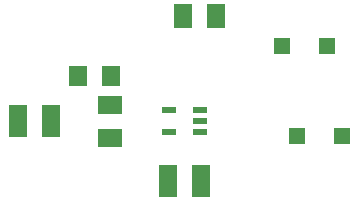
<source format=gbr>
G04 #@! TF.GenerationSoftware,KiCad,Pcbnew,(5.0.0)*
G04 #@! TF.CreationDate,2020-02-21T08:36:11-08:00*
G04 #@! TF.ProjectId,12V Power Circuit V4,31325620506F77657220436972637569,rev?*
G04 #@! TF.SameCoordinates,Original*
G04 #@! TF.FileFunction,Paste,Top*
G04 #@! TF.FilePolarity,Positive*
%FSLAX46Y46*%
G04 Gerber Fmt 4.6, Leading zero omitted, Abs format (unit mm)*
G04 Created by KiCad (PCBNEW (5.0.0)) date 02/21/20 08:36:11*
%MOMM*%
%LPD*%
G01*
G04 APERTURE LIST*
%ADD10R,1.200000X0.550000*%
%ADD11R,1.400000X1.400000*%
%ADD12R,1.600000X2.700000*%
%ADD13R,1.600000X1.800000*%
%ADD14R,1.600000X2.000000*%
%ADD15R,2.000000X1.600000*%
G04 APERTURE END LIST*
D10*
G04 #@! TO.C,U$1*
X143556100Y-108488600D03*
X143556100Y-106588600D03*
X146156100Y-106588600D03*
X146156100Y-107538600D03*
X146156100Y-108488600D03*
G04 #@! TD*
D11*
G04 #@! TO.C,D1*
X156916100Y-101188600D03*
X153116100Y-101188600D03*
G04 #@! TD*
G04 #@! TO.C,D2*
X158186100Y-108808600D03*
X154386100Y-108808600D03*
G04 #@! TD*
D12*
G04 #@! TO.C,C1*
X143456100Y-112618600D03*
X146256100Y-112618600D03*
G04 #@! TD*
G04 #@! TO.C,C2*
X130756100Y-107538600D03*
X133556100Y-107538600D03*
G04 #@! TD*
D13*
G04 #@! TO.C,C3*
X135836100Y-103728600D03*
X138636100Y-103728600D03*
G04 #@! TD*
D14*
G04 #@! TO.C,R1*
X144726100Y-98648600D03*
X147526100Y-98648600D03*
G04 #@! TD*
D15*
G04 #@! TO.C,R2*
X138506100Y-108938600D03*
X138506100Y-106138600D03*
G04 #@! TD*
M02*

</source>
